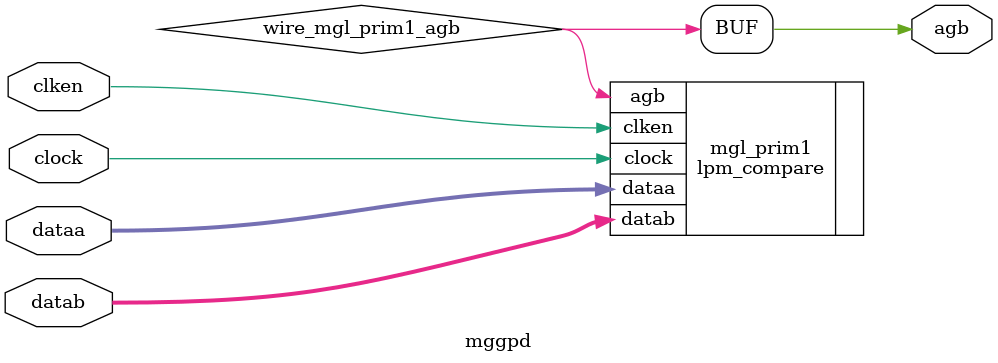
<source format=v>






//synthesis_resources = lpm_compare 1 
//synopsys translate_off
`timescale 1 ps / 1 ps
//synopsys translate_on
module  mggpd
	( 
	agb,
	clken,
	clock,
	dataa,
	datab) /* synthesis synthesis_clearbox=1 */;
	output   agb;
	input   clken;
	input   clock;
	input   [7:0]  dataa;
	input   [7:0]  datab;

	wire  wire_mgl_prim1_agb;

	lpm_compare   mgl_prim1
	( 
	.agb(wire_mgl_prim1_agb),
	.clken(clken),
	.clock(clock),
	.dataa(dataa),
	.datab(datab));
	defparam
		mgl_prim1.lpm_pipeline = 1,
		mgl_prim1.lpm_representation = "UNSIGNED",
		mgl_prim1.lpm_type = "LPM_COMPARE",
		mgl_prim1.lpm_width = 8;
	assign
		agb = wire_mgl_prim1_agb;
endmodule //mggpd
//VALID FILE

</source>
